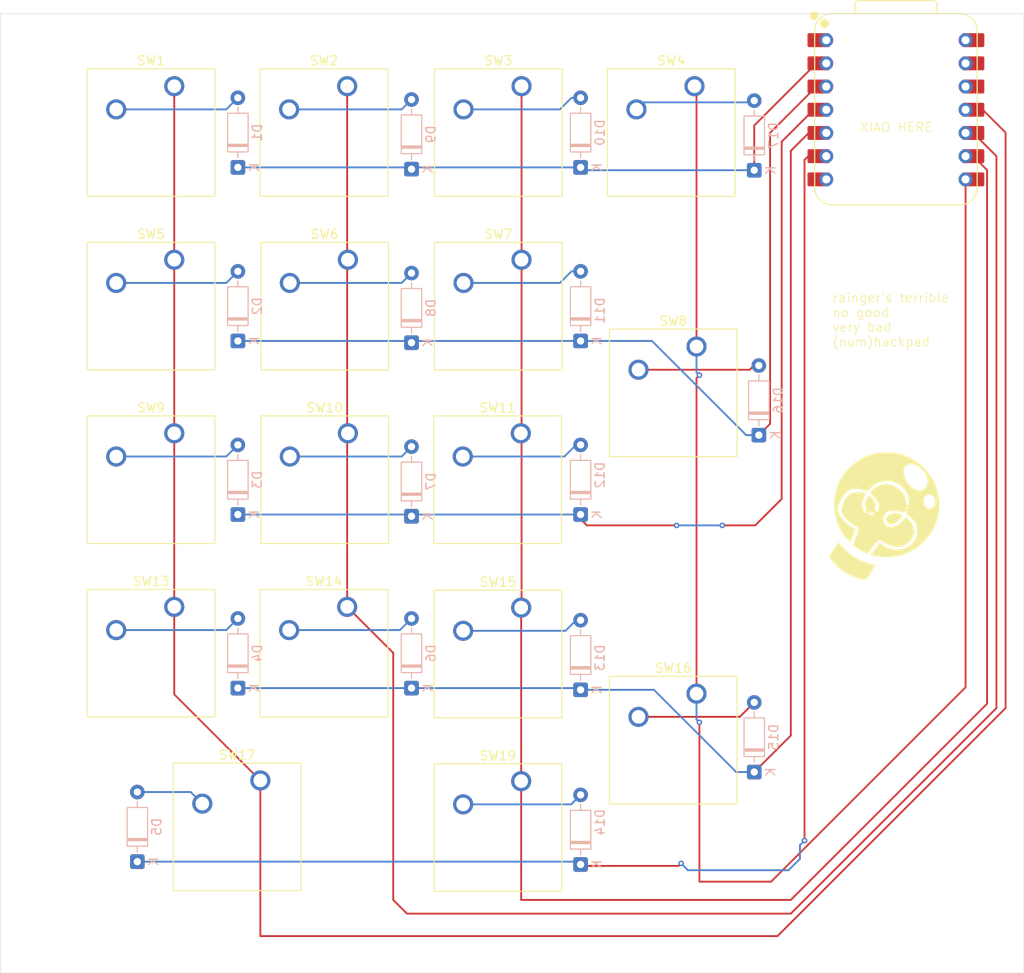
<source format=kicad_pcb>
(kicad_pcb (version 20241229) (generator "pcbnew") (generator_version "9.0")
  (layers (0 "F.Cu" signal) (2 "B.Cu" signal) (13 "F.Paste" user) (15 "B.Paste" user) (5 "F.SilkS" user "F.Silkscreen") (7 "B.SilkS" user "B.Silkscreen") (1 "F.Mask" user) (3 "B.Mask" user) (25 "Edge.Cuts" user))
  (net 0 "")
  (net 1 "Net-(D1-A)")
  (net 2 "Net-(D1-K)")
  (net 3 "Net-(D11-K)")
  (net 4 "Net-(D2-A)")
  (net 5 "Net-(D3-A)")
  (net 6 "Net-(D12-K)")
  (net 7 "Net-(D13-K)")
  (net 8 "Net-(D4-A)")
  (net 9 "Net-(D5-A)")
  (net 10 "Net-(D14-K)")
  (net 11 "Net-(D6-A)")
  (net 12 "Net-(D7-A)")
  (net 13 "Net-(D8-A)")
  (net 14 "Net-(D9-A)")
  (net 15 "Net-(D10-A)")
  (net 16 "Net-(D11-A)")
  (net 17 "Net-(D12-A)")
  (net 18 "Net-(D13-A)")
  (net 19 "Net-(D14-A)")
  (net 20 "Net-(D15-A)")
  (net 21 "Net-(D16-A)")
  (net 22 "Net-(U1-GPIO3{slash}MOSI)")
  (net 23 "Net-(U1-GPIO4{slash}MISO)")
  (net 24 "Net-(U1-GPIO2{slash}SCK)")
  (net 25 "Net-(U1-GPIO1{slash}RX)")
  (net 26 "GND")
  (net 28 "+5V")
  (net 31 "Net-(D17-A)")
  (footprint "hackpad:SW_Cherry_MX_1.00u_PCB" (layer "F.Cu") (at 157.04 46.92)
    (property "Reference" "SW6" (at -2.54 -2.794 0) (layer "F.SilkS"))
    (property "Value" "SW_Push_45deg")
    (pad "" np_thru_hole circle (at -7.62 5.08) (size 1.7 1.7) (drill 1.7) (layers "*.Cu" "*.Mask"))
    (pad "" np_thru_hole circle (at -2.54 5.08) (size 4 4) (drill 4) (layers "*.Cu" "*.Mask"))
    (pad "" np_thru_hole circle (at 2.54 5.08) (size 1.7 1.7) (drill 1.7) (layers "*.Cu" "*.Mask"))
    (pad "1" thru_hole circle (at 0 0) (size 2.2 2.2) (drill 1.5) (layers "*.Cu" "*.Mask") (net 23 "Net-(U1-GPIO4{slash}MISO)"))
    (pad "2" thru_hole circle (at -6.35 2.54) (size 2.2 2.2) (drill 1.5) (layers "*.Cu" "*.Mask") (net 13 "Net-(D8-A)"))
  )
  (footprint "hackpad:SW_Cherry_MX_2.00u_Vertical_PCB" (layer "F.Cu") (at 195.1825 56.42)
    (property "Reference" "SW8" (at -2.54 -2.794 0) (layer "F.SilkS"))
    (property "Value" "SW_Push_45deg")
    (pad "" np_thru_hole circle (at -9.54 -6.82) (size 3.05 3.05) (drill 3.05) (layers "*.Cu" "*.Mask"))
    (pad "" np_thru_hole circle (at -9.54 16.98) (size 3.05 3.05) (drill 3.05) (layers "*.Cu" "*.Mask"))
    (pad "" np_thru_hole circle (at -7.62 5.08) (size 1.7 1.7) (drill 1.7) (layers "*.Cu" "*.Mask"))
    (pad "" np_thru_hole circle (at -2.54 5.08) (size 4 4) (drill 4) (layers "*.Cu" "*.Mask"))
    (pad "" np_thru_hole circle (at 2.54 5.08) (size 1.7 1.7) (drill 1.7) (layers "*.Cu" "*.Mask"))
    (pad "" np_thru_hole circle (at 5.7 -6.82) (size 4 4) (drill 4) (layers "*.Cu" "*.Mask"))
    (pad "" np_thru_hole circle (at 5.7 16.98) (size 4 4) (drill 4) (layers "*.Cu" "*.Mask"))
    (pad "1" thru_hole circle (at 0 0) (size 2.2 2.2) (drill 1.5) (layers "*.Cu" "*.Mask") (net 25 "Net-(U1-GPIO1{slash}RX)"))
    (pad "2" thru_hole circle (at -6.35 2.54) (size 2.2 2.2) (drill 1.5) (layers "*.Cu" "*.Mask") (net 21 "Net-(D16-A)"))
  )
  (footprint "hackpad:SW_Cherry_MX_1.00u_PCB" (layer "F.Cu") (at 138.04 65.92)
    (property "Reference" "SW9" (at -2.54 -2.794 0) (layer "F.SilkS"))
    (property "Value" "SW_Push_45deg")
    (pad "" np_thru_hole circle (at -7.62 5.08) (size 1.7 1.7) (drill 1.7) (layers "*.Cu" "*.Mask"))
    (pad "" np_thru_hole circle (at -2.54 5.08) (size 4 4) (drill 4) (layers "*.Cu" "*.Mask"))
    (pad "" np_thru_hole circle (at 2.54 5.08) (size 1.7 1.7) (drill 1.7) (layers "*.Cu" "*.Mask"))
    (pad "1" thru_hole circle (at 0 0) (size 2.2 2.2) (drill 1.5) (layers "*.Cu" "*.Mask") (net 22 "Net-(U1-GPIO3{slash}MOSI)"))
    (pad "2" thru_hole circle (at -6.35 2.54) (size 2.2 2.2) (drill 1.5) (layers "*.Cu" "*.Mask") (net 5 "Net-(D3-A)"))
  )
  (footprint "hackpad:SW_Cherry_MX_1.00u_PCB" (layer "F.Cu") (at 157.04 65.92)
    (property "Reference" "SW10" (at -2.54 -2.794 0) (layer "F.SilkS"))
    (property "Value" "SW_Push_45deg")
    (pad "" np_thru_hole circle (at -7.62 5.08) (size 1.7 1.7) (drill 1.7) (layers "*.Cu" "*.Mask"))
    (pad "" np_thru_hole circle (at -2.54 5.08) (size 4 4) (drill 4) (layers "*.Cu" "*.Mask"))
    (pad "" np_thru_hole circle (at 2.54 5.08) (size 1.7 1.7) (drill 1.7) (layers "*.Cu" "*.Mask"))
    (pad "1" thru_hole circle (at 0 0) (size 2.2 2.2) (drill 1.5) (layers "*.Cu" "*.Mask") (net 23 "Net-(U1-GPIO4{slash}MISO)"))
    (pad "2" thru_hole circle (at -6.35 2.54) (size 2.2 2.2) (drill 1.5) (layers "*.Cu" "*.Mask") (net 12 "Net-(D7-A)"))
  )
  (footprint "LOGO" (layer "F.Cu") (at 216 74.5)
    (property "Reference" "G***" (at 0 0 0) (layer "F.SilkS") (effects (font (size 1.5 1.5) (thickness 0.3))))
    (property "Value" "LOGO" (hide yes))
  )
  (footprint "hackpad:SW_Cherry_MX_2.00u_PCB" (layer "F.Cu") (at 147.46 103.92)
    (property "Reference" "SW17" (at -2.54 -2.794 0) (layer "F.SilkS"))
    (property "Value" "SW_Push_45deg")
    (pad "" np_thru_hole circle (at -14.44 -1.92) (size 3.05 3.05) (drill 3.05) (layers "*.Cu" "*.Mask"))
    (pad "" np_thru_hole circle (at -14.44 13.32) (size 4 4) (drill 4) (layers "*.Cu" "*.Mask"))
    (pad "" np_thru_hole circle (at -7.62 5.08) (size 1.7 1.7) (drill 1.7) (layers "*.Cu" "*.Mask"))
    (pad "" np_thru_hole circle (at -2.54 5.08) (size 4 4) (drill 4) (layers "*.Cu" "*.Mask"))
    (pad "" np_thru_hole circle (at 2.54 5.08) (size 1.7 1.7) (drill 1.7) (layers "*.Cu" "*.Mask"))
    (pad "" np_thru_hole circle (at 9.36 -1.92) (size 3.05 3.05) (drill 3.05) (layers "*.Cu" "*.Mask"))
    (pad "" np_thru_hole circle (at 9.36 13.32) (size 4 4) (drill 4) (layers "*.Cu" "*.Mask"))
    (pad "1" thru_hole circle (at 0 0) (size 2.2 2.2) (drill 1.5) (layers "*.Cu" "*.Mask") (net 22 "Net-(U1-GPIO3{slash}MOSI)"))
    (pad "2" thru_hole circle (at -6.35 2.54) (size 2.2 2.2) (drill 1.5) (layers "*.Cu" "*.Mask") (net 9 "Net-(D5-A)"))
  )
  (footprint "MountingHole:MountingHole_3.2mm_M3" (layer "F.Cu") (at 224.5 120)
    (property "Reference" "REF**" (hide yes))
    (property "Value" "MountingHole_3.2mm_M3" (hide yes))
    (pad "" np_thru_hole circle (at 0 0) (size 3.2 3.2) (drill 3.2) (layers "*.Cu" "*.Mask"))
  )
  (footprint "hackpad:SW_Cherry_MX_1.00u_PCB" (layer "F.Cu") (at 176 104)
    (property "Reference" "SW19" (at -2.54 -2.794 0) (layer "F.SilkS"))
    (property "Value" "SW_Push_45deg")
    (pad "" np_thru_hole circle (at -7.62 5.08) (size 1.7 1.7) (drill 1.7) (layers "*.Cu" "*.Mask"))
    (pad "" np_thru_hole circle (at -2.54 5.08) (size 4 4) (drill 4) (layers "*.Cu" "*.Mask"))
    (pad "" np_thru_hole circle (at 2.54 5.08) (size 1.7 1.7) (drill 1.7) (layers "*.Cu" "*.Mask"))
    (pad "1" thru_hole circle (at 0 0) (size 2.2 2.2) (drill 1.5) (layers "*.Cu" "*.Mask") (net 24 "Net-(U1-GPIO2{slash}SCK)"))
    (pad "2" thru_hole circle (at -6.35 2.54) (size 2.2 2.2) (drill 1.5) (layers "*.Cu" "*.Mask") (net 19 "Net-(D14-A)"))
  )
  (footprint "hackpad:SW_Cherry_MX_1.00u_PCB" (layer "F.Cu") (at 156.96 84.92)
    (property "Reference" "SW14" (at -2.54 -2.794 0) (layer "F.SilkS"))
    (property "Value" "SW_Push_45deg")
    (pad "" np_thru_hole circle (at -7.62 5.08) (size 1.7 1.7) (drill 1.7) (layers "*.Cu" "*.Mask"))
    (pad "" np_thru_hole circle (at -2.54 5.08) (size 4 4) (drill 4) (layers "*.Cu" "*.Mask"))
    (pad "" np_thru_hole circle (at 2.54 5.08) (size 1.7 1.7) (drill 1.7) (layers "*.Cu" "*.Mask"))
    (pad "1" thru_hole circle (at 0 0) (size 2.2 2.2) (drill 1.5) (layers "*.Cu" "*.Mask") (net 23 "Net-(U1-GPIO4{slash}MISO)"))
    (pad "2" thru_hole circle (at -6.35 2.54) (size 2.2 2.2) (drill 1.5) (layers "*.Cu" "*.Mask") (net 11 "Net-(D6-A)"))
  )
  (footprint "hackpad:SW_Cherry_MX_1.00u_PCB" (layer "F.Cu") (at 138.04 46.92)
    (property "Reference" "SW5" (at -2.54 -2.794 0) (layer "F.SilkS"))
    (property "Value" "SW_Push_45deg")
    (pad "" np_thru_hole circle (at -7.62 5.08) (size 1.7 1.7) (drill 1.7) (layers "*.Cu" "*.Mask"))
    (pad "" np_thru_hole circle (at -2.54 5.08) (size 4 4) (drill 4) (layers "*.Cu" "*.Mask"))
    (pad "" np_thru_hole circle (at 2.54 5.08) (size 1.7 1.7) (drill 1.7) (layers "*.Cu" "*.Mask"))
    (pad "1" thru_hole circle (at 0 0) (size 2.2 2.2) (drill 1.5) (layers "*.Cu" "*.Mask") (net 22 "Net-(U1-GPIO3{slash}MOSI)"))
    (pad "2" thru_hole circle (at -6.35 2.54) (size 2.2 2.2) (drill 1.5) (layers "*.Cu" "*.Mask") (net 4 "Net-(D2-A)"))
  )
  (footprint "hackpad:SW_Cherry_MX_1.00u_PCB" (layer "F.Cu") (at 138.04 27.92)
    (property "Reference" "SW1" (at -2.54 -2.794 0) (layer "F.SilkS"))
    (property "Value" "SW_Push_45deg")
    (pad "" np_thru_hole circle (at -7.62 5.08) (size 1.7 1.7) (drill 1.7) (layers "*.Cu" "*.Mask"))
    (pad "" np_thru_hole circle (at -2.54 5.08) (size 4 4) (drill 4) (layers "*.Cu" "*.Mask"))
    (pad "" np_thru_hole circle (at 2.54 5.08) (size 1.7 1.7) (drill 1.7) (layers "*.Cu" "*.Mask"))
    (pad "1" thru_hole circle (at 0 0) (size 2.2 2.2) (drill 1.5) (layers "*.Cu" "*.Mask") (net 22 "Net-(U1-GPIO3{slash}MOSI)"))
    (pad "2" thru_hole circle (at -6.35 2.54) (size 2.2 2.2) (drill 1.5) (layers "*.Cu" "*.Mask") (net 1 "Net-(D1-A)"))
  )
  (footprint "MountingHole:MountingHole_3.2mm_M3" (layer "F.Cu") (at 125.5 119.5)
    (property "Reference" "REF**" (hide yes))
    (property "Value" "MountingHole_3.2mm_M3" (hide yes))
    (pad "" np_thru_hole circle (at 0 0) (size 3.2 3.2) (drill 3.2) (layers "*.Cu" "*.Mask"))
  )
  (footprint "hackpad:SW_Cherry_MX_1.00u_PCB" (layer "F.Cu") (at 176.04 27.92)
    (property "Reference" "SW3" (at -2.54 -2.794 0) (layer "F.SilkS"))
    (property "Value" "SW_Push_45deg")
    (pad "" np_thru_hole circle (at -7.62 5.08) (size 1.7 1.7) (drill 1.7) (layers "*.Cu" "*.Mask"))
    (pad "" np_thru_hole circle (at -2.54 5.08) (size 4 4) (drill 4) (layers "*.Cu" "*.Mask"))
    (pad "" np_thru_hole circle (at 2.54 5.08) (size 1.7 1.7) (drill 1.7) (layers "*.Cu" "*.Mask"))
    (pad "1" thru_hole circle (at 0 0) (size 2.2 2.2) (drill 1.5) (layers "*.Cu" "*.Mask") (net 24 "Net-(U1-GPIO2{slash}SCK)"))
    (pad "2" thru_hole circle (at -6.35 2.54) (size 2.2 2.2) (drill 1.5) (layers "*.Cu" "*.Mask") (net 15 "Net-(D10-A)"))
  )
  (footprint "hackpad:SW_Cherry_MX_1.00u_PCB" (layer "F.Cu") (at 175.96 65.92)
    (property "Reference" "SW11" (at -2.54 -2.794 0) (layer "F.SilkS"))
    (property "Value" "SW_Push_45deg")
    (pad "" np_thru_hole circle (at -7.62 5.08) (size 1.7 1.7) (drill 1.7) (layers "*.Cu" "*.Mask"))
    (pad "" np_thru_hole circle (at -2.54 5.08) (size 4 4) (drill 4) (layers "*.Cu" "*.Mask"))
    (pad "" np_thru_hole circle (at 2.54 5.08) (size 1.7 1.7) (drill 1.7) (layers "*.Cu" "*.Mask"))
    (pad "1" thru_hole circle (at 0 0) (size 2.2 2.2) (drill 1.5) (layers "*.Cu" "*.Mask") (net 24 "Net-(U1-GPIO2{slash}SCK)"))
    (pad "2" thru_hole circle (at -6.35 2.54) (size 2.2 2.2) (drill 1.5) (layers "*.Cu" "*.Mask") (net 17 "Net-(D12-A)"))
  )
  (footprint "hackpad:SW_Cherry_MX_1.00u_PCB" (layer "F.Cu") (at 176.04 46.92)
    (property "Reference" "SW7" (at -2.54 -2.794 0) (layer "F.SilkS"))
    (property "Value" "SW_Push_45deg")
    (pad "" np_thru_hole circle (at -7.62 5.08) (size 1.7 1.7) (drill 1.7) (layers "*.Cu" "*.Mask"))
    (pad "" np_thru_hole circle (at -2.54 5.08) (size 4 4) (drill 4) (layers "*.Cu" "*.Mask"))
    (pad "" np_thru_hole circle (at 2.54 5.08) (size 1.7 1.7) (drill 1.7) (layers "*.Cu" "*.Mask"))
    (pad "1" thru_hole circle (at 0 0) (size 2.2 2.2) (drill 1.5) (layers "*.Cu" "*.Mask") (net 24 "Net-(U1-GPIO2{slash}SCK)"))
    (pad "2" thru_hole circle (at -6.35 2.54) (size 2.2 2.2) (drill 1.5) (layers "*.Cu" "*.Mask") (net 16 "Net-(D11-A)"))
  )
  (footprint "hackpad:XIAO-RP2040-DIP" (layer "F.Cu") (at 217 30.5)
    (property "Reference" "U1" (hide yes))
    (property "Value" "XIAO-RP2040-DIP")
    (pad "1" smd roundrect (at -8.455 -7.62 180) (size 2.432 1.524) (layers "F.Cu" "F.Mask") (roundrect_rratio 0.1))
    (pad "1" thru_hole circle (at -7.62 -7.62 180) (size 1.524 1.524) (drill 0.889) (layers "*.Cu" "*.Mask"))
    (pad "2" smd roundrect (at -8.455 -5.08 180) (size 2.432 1.524) (layers "F.Cu" "F.Mask") (roundrect_rratio 0.1) (net 2 "Net-(D1-K)"))
    (pad "2" thru_hole circle (at -7.62 -5.08 180) (size 1.524 1.524) (drill 0.889) (layers "*.Cu" "*.Mask") (net 2 "Net-(D1-K)"))
    (pad "3" smd roundrect (at -8.455 -2.54 180) (size 2.432 1.524) (layers "F.Cu" "F.Mask") (roundrect_rratio 0.1) (net 3 "Net-(D11-K)"))
    (pad "3" thru_hole circle (at -7.62 -2.54 180) (size 1.524 1.524) (drill 0.889) (layers "*.Cu" "*.Mask") (net 3 "Net-(D11-K)"))
    (pad "4" smd roundrect (at -8.455 0 180) (size 2.432 1.524) (layers "F.Cu" "F.Mask") (roundrect_rratio 0.1) (net 6 "Net-(D12-K)"))
    (pad "4" thru_hole circle (at -7.62 0 180) (size 1.524 1.524) (drill 0.889) (layers "*.Cu" "*.Mask") (net 6 "Net-(D12-K)"))
    (pad "5" smd roundrect (at -8.455 2.54 180) (size 2.432 1.524) (layers "F.Cu" "F.Mask") (roundrect_rratio 0.1) (net 7 "Net-(D13-K)"))
    (pad "5" thru_hole circle (at -7.62 2.54 180) (size 1.524 1.524) (drill 0.889) (layers "*.Cu" "*.Mask") (net 7 "Net-(D13-K)"))
    (pad "6" smd roundrect (at -8.455 5.08 180) (size 2.432 1.524) (layers "F.Cu" "F.Mask") (roundrect_rratio 0.1) (net 10 "Net-(D14-K)"))
    (pad "6" thru_hole circle (at -7.62 5.08 180) (size 1.524 1.524) (drill 0.889) (layers "*.Cu" "*.Mask") (net 10 "Net-(D14-K)"))
    (pad "7" smd roundrect (at -8.455 7.62 180) (size 2.432 1.524) (layers "F.Cu" "F.Mask") (roundrect_rratio 0.1))
    (pad "7" thru_hole circle (at -7.62 7.62 180) (size 1.524 1.524) (drill 0.889) (layers "*.Cu" "*.Mask"))
    (pad "8" thru_hole circle (at 7.62 7.62) (size 1.524 1.524) (drill 0.889) (layers "*.Cu" "*.Mask") (net 25 "Net-(U1-GPIO1{slash}RX)"))
    (pad "8" smd roundrect (at 8.455 7.62) (size 2.432 1.524) (layers "F.Cu" "F.Mask") (roundrect_rratio 0.1) (net 25 "Net-(U1-GPIO1{slash}RX)"))
    (pad "9" thru_hole circle (at 7.62 5.08) (size 1.524 1.524) (drill 0.889) (layers "*.Cu" "*.Mask") (net 24 "Net-(U1-GPIO2{slash}SCK)"))
    (pad "9" smd roundrect (at 8.455 5.08) (size 2.432 1.524) (layers "F.Cu" "F.Mask") (roundrect_rratio 0.1) (net 24 "Net-(U1-GPIO2{slash}SCK)"))
    (pad "10" thru_hole circle (at 7.62 2.54) (size 1.524 1.524) (drill 0.889) (layers "*.Cu" "*.Mask") (net 23 "Net-(U1-GPIO4{slash}MISO)"))
    (pad "10" smd roundrect (at 8.455 2.54) (size 2.432 1.524) (layers "F.Cu" "F.Mask") (roundrect_rratio 0.1) (net 23 "Net-(U1-GPIO4{slash}MISO)"))
    (pad "11" thru_hole circle (at 7.62 0) (size 1.524 1.524) (drill 0.889) (layers "*.Cu" "*.Mask") (net 22 "Net-(U1-GPIO3{slash}MOSI)"))
    (pad "11" smd roundrect (at 8.455 0) (size 2.432 1.524) (layers "F.Cu" "F.Mask") (roundrect_rratio 0.1) (net 22 "Net-(U1-GPIO3{slash}MOSI)"))
    (pad "12" thru_hole circle (at 7.62 -2.54) (size 1.524 1.524) (drill 0.889) (layers "*.Cu" "*.Mask"))
    (pad "12" smd roundrect (at 8.455 -2.54) (size 2.432 1.524) (layers "F.Cu" "F.Mask") (roundrect_rratio 0.1))
    (pad "13" thru_hole circle (at 7.62 -5.08) (size 1.524 1.524) (drill 0.889) (layers "*.Cu" "*.Mask") (net 26 "GND"))
    (pad "13" smd roundrect (at 8.455 -5.08) (size 2.432 1.524) (layers "F.Cu" "F.Mask") (roundrect_rratio 0.1) (net 26 "GND"))
    (pad "14" thru_hole circle (at 7.62 -7.62) (size 1.524 1.524) (drill 0.889) (layers "*.Cu" "*.Mask") (net 28 "+5V"))
    (pad "14" smd roundrect (at 8.455 -7.62) (size 2.432 1.524) (layers "F.Cu" "F.Mask") (roundrect_rratio 0.1) (net 28 "+5V"))
  )
  (footprint "hackpad:SW_Cherry_MX_1.00u_PCB" (layer "F.Cu") (at 156.96 27.92)
    (property "Reference" "SW2" (at -2.54 -2.794 0) (layer "F.SilkS"))
    (property "Value" "SW_Push_45deg")
    (pad "" np_thru_hole circle (at -7.62 5.08) (size 1.7 1.7) (drill 1.7) (layers "*.Cu" "*.Mask"))
    (pad "" np_thru_hole circle (at -2.54 5.08) (size 4 4) (drill 4) (layers "*.Cu" "*.Mask"))
    (pad "" np_thru_hole circle (at 2.54 5.08) (size 1.7 1.7) (drill 1.7) (layers "*.Cu" "*.Mask"))
    (pad "1" thru_hole circle (at 0 0) (size 2.2 2.2) (drill 1.5) (layers "*.Cu" "*.Mask") (net 23 "Net-(U1-GPIO4{slash}MISO)"))
    (pad "2" thru_hole circle (at -6.35 2.54) (size 2.2 2.2) (drill 1.5) (layers "*.Cu" "*.Mask") (net 14 "Net-(D9-A)"))
  )
  (footprint "hackpad:SW_Cherry_MX_1.00u_PCB" (layer "F.Cu") (at 194.96 27.92)
    (property "Reference" "SW4" (at -2.54 -2.794 0) (layer "F.SilkS"))
    (property "Value" "SW_Push_45deg")
    (pad "" np_thru_hole circle (at -7.62 5.08) (size 1.7 1.7) (drill 1.7) (layers "*.Cu" "*.Mask"))
    (pad "" np_thru_hole circle (at -2.54 5.08) (size 4 4) (drill 4) (layers "*.Cu" "*.Mask"))
    (pad "" np_thru_hole circle (at 2.54 5.08) (size 1.7 1.7) (drill 1.7) (layers "*.Cu" "*.Mask"))
    (pad "1" thru_hole circle (at 0 0) (size 2.2 2.2) (drill 1.5) (layers "*.Cu" "*.Mask") (net 25 "Net-(U1-GPIO1{slash}RX)"))
    (pad "2" thru_hole circle (at -6.35 2.54) (size 2.2 2.2) (drill 1.5) (layers "*.Cu" "*.Mask") (net 31 "Net-(D17-A)"))
  )
  (footprint "hackpad:SW_Cherry_MX_1.00u_PCB" (layer "F.Cu") (at 176 85)
    (property "Reference" "SW15" (at -2.54 -2.794 0) (layer "F.SilkS"))
    (property "Value" "SW_Push_45deg")
    (pad "" np_thru_hole circle (at -7.62 5.08) (size 1.7 1.7) (drill 1.7) (layers "*.Cu" "*.Mask"))
    (pad "" np_thru_hole circle (at -2.54 5.08) (size 4 4) (drill 4) (layers "*.Cu" "*.Mask"))
    (pad "" np_thru_hole circle (at 2.54 5.08) (size 1.7 1.7) (drill 1.7) (layers "*.Cu" "*.Mask"))
    (pad "1" thru_hole circle (at 0 0) (size 2.2 2.2) (drill 1.5) (layers "*.Cu" "*.Mask") (net 24 "Net-(U1-GPIO2{slash}SCK)"))
    (pad "2" thru_hole circle (at -6.35 2.54) (size 2.2 2.2) (drill 1.5) (layers "*.Cu" "*.Mask") (net 18 "Net-(D13-A)"))
  )
  (footprint "hackpad:SW_Cherry_MX_2.00u_Vertical_PCB" (layer "F.Cu") (at 195.1825 94.42)
    (property "Reference" "SW16" (at -2.54 -2.794 0) (layer "F.SilkS"))
    (property "Value" "SW_Push_45deg")
    (pad "" np_thru_hole circle (at -9.54 -6.82) (size 3.05 3.05) (drill 3.05) (layers "*.Cu" "*.Mask"))
    (pad "" np_thru_hole circle (at -9.54 16.98) (size 3.05 3.05) (drill 3.05) (layers "*.Cu" "*.Mask"))
    (pad "" np_thru_hole circle (at -7.62 5.08) (size 1.7 1.7) (drill 1.7) (layers "*.Cu" "*.Mask"))
    (pad "" np_thru_hole circle (at -2.54 5.08) (size 4 4) (drill 4) (layers "*.Cu" "*.Mask"))
    (pad "" np_thru_hole circle (at 2.54 5.08) (size 1.7 1.7) (drill 1.7) (layers "*.Cu" "*.Mask"))
    (pad "" np_thru_hole circle (at 5.7 -6.82) (size 4 4) (drill 4) (layers "*.Cu" "*.Mask"))
    (pad "" np_thru_hole circle (at 5.7 16.98) (size 4 4) (drill 4) (layers "*.Cu" "*.Mask"))
    (pad "1" thru_hole circle (at 0 0) (size 2.2 2.2) (drill 1.5) (layers "*.Cu" "*.Mask") (net 25 "Net-(U1-GPIO1{slash}RX)"))
    (pad "2" thru_hole circle (at -6.35 2.54) (size 2.2 2.2) (drill 1.5) (layers "*.Cu" "*.Mask") (net 20 "Net-(D15-A)"))
  )
  (footprint "MountingHole:MountingHole_3.2mm_M3" (layer "F.Cu") (at 216 61.5)
    (property "Reference" "REF**" (hide yes))
    (property "Value" "MountingHole_3.2mm_M3" (hide yes))
    (pad "" np_thru_hole circle (at 0 0) (size 3.2 3.2) (drill 3.2) (layers "*.Cu" "*.Mask"))
  )
  (footprint "hackpad:SW_Cherry_MX_1.00u_PCB" (layer "F.Cu") (at 138.04 84.92)
    (property "Reference" "SW13" (at -2.54 -2.794 0) (layer "F.SilkS"))
    (property "Value" "SW_Push_45deg")
    (pad "" np_thru_hole circle (at -7.62 5.08) (size 1.7 1.7) (drill 1.7) (layers "*.Cu" "*.Mask"))
    (pad "" np_thru_hole circle (at -2.54 5.08) (size 4 4) (drill 4) (layers "*.Cu" "*.Mask"))
    (pad "" np_thru_hole circle (at 2.54 5.08) (size 1.7 1.7) (drill 1.7) (layers "*.Cu" "*.Mask"))
    (pad "1" thru_hole circle (at 0 0) (size 2.2 2.2) (drill 1.5) (layers "*.Cu" "*.Mask") (net 22 "Net-(U1-GPIO3{slash}MOSI)"))
    (pad "2" thru_hole circle (at -6.35 2.54) (size 2.2 2.2) (drill 1.5) (layers "*.Cu" "*.Mask") (net 8 "Net-(D4-A)"))
  )
  (footprint "MountingHole:MountingHole_3.2mm_M3" (layer "F.Cu") (at 123.5 43)
    (property "Reference" "REF**" (hide yes))
    (property "Value" "MountingHole_3.2mm_M3" (hide yes))
    (pad "" np_thru_hole circle (at 0 0) (size 3.2 3.2) (drill 3.2) (layers "*.Cu" "*.Mask"))
  )
  (footprint "Diode_THT:D_DO-35_SOD27_P7.62mm_Horizontal" (layer "B.Cu") (at 202 66.12 90)
    (property "Reference" "D16" (at 3.81 2.12 90) (layer "B.SilkS") (effects (justify mirror)))
    (property "Value" "D")
    (fp_text user "K" (at 0 1.8 90) (layer "B.SilkS") (effects (justify mirror)))
    (pad "1" thru_hole roundrect (at 0 0 90) (size 1.6 1.6) (drill 0.8) (layers "*.Cu" "*.Mask") (roundrect_rratio 0.15625) (net 3 "Net-(D11-K)"))
    (pad "2" thru_hole circle (at 7.62 0 90) (size 1.6 1.6) (drill 0.8) (layers "*.Cu" "*.Mask") (net 21 "Net-(D16-A)"))
  )
  (footprint "Diode_THT:D_DO-35_SOD27_P7.62mm_Horizontal" (layer "B.Cu") (at 145 55.81 90)
    (property "Reference" "D2" (at 3.81 2.12 90) (layer "B.SilkS") (effects (justify mirror)))
    (property "Value" "D")
    (fp_text user "K" (at 0 1.8 90) (layer "B.SilkS") (effects (justify mirror)))
    (pad "1" thru_hole roundrect (at 0 0 90) (size 1.6 1.6) (drill 0.8) (layers "*.Cu" "*.Mask") (roundrect_rratio 0.15625) (net 3 "Net-(D11-K)"))
    (pad "2" thru_hole circle (at 7.62 0 90) (size 1.6 1.6) (drill 0.8) (layers "*.Cu" "*.Mask") (net 4 "Net-(D2-A)"))
  )
  (footprint "Diode_THT:D_DO-35_SOD27_P7.62mm_Horizontal" (layer "B.Cu") (at 145 36.81 90)
    (property "Reference" "D1" (at 3.81 2.12 90) (layer "B.SilkS") (effects (justify mirror)))
    (property "Value" "D")
    (fp_text user "K" (at 0 1.8 90) (layer "B.SilkS") (effects (justify mirror)))
    (pad "1" thru_hole roundrect (at 0 0 90) (size 1.6 1.6) (drill 0.8) (layers "*.Cu" "*.Mask") (roundrect_rratio 0.15625) (net 2 "Net-(D1-K)"))
    (pad "2" thru_hole circle (at 7.62 0 90) (size 1.6 1.6) (drill 0.8) (layers "*.Cu" "*.Mask") (net 1 "Net-(D1-A)"))
  )
  (footprint "Diode_THT:D_DO-35_SOD27_P7.62mm_Horizontal" (layer "B.Cu") (at 182.5 74.81 90)
    (property "Reference" "D12" (at 4.31 2.12 90) (layer "B.SilkS") (effects (justify mirror)))
    (property "Value" "D")
    (fp_text user "K" (at 0 1.8 90) (layer "B.SilkS") (effects (justify mirror)))
    (pad "1" thru_hole roundrect (at 0 0 90) (size 1.6 1.6) (drill 0.8) (layers "*.Cu" "*.Mask") (roundrect_rratio 0.15625) (net 6 "Net-(D12-K)"))
    (pad "2" thru_hole circle (at 7.62 0 90) (size 1.6 1.6) (drill 0.8) (layers "*.Cu" "*.Mask") (net 17 "Net-(D12-A)"))
  )
  (footprint "Diode_THT:D_DO-35_SOD27_P7.62mm_Horizontal" (layer "B.Cu") (at 182.5 94 90)
    (property "Reference" "D13" (at 3.5 2.12 90) (layer "B.SilkS") (effects (justify mirror)))
    (property "Value" "D")
    (fp_text user "K" (at 0 1.8 90) (layer "B.SilkS") (effects (justify mirror)))
    (pad "1" thru_hole roundrect (at 0 0 90) (size 1.6 1.6) (drill 0.8) (layers "*.Cu" "*.Mask") (roundrect_rratio 0.15625) (net 7 "Net-(D13-K)"))
    (pad "2" thru_hole circle (at 7.62 0 90) (size 1.6 1.6) (drill 0.8) (layers "*.Cu" "*.Mask") (net 18 "Net-(D13-A)"))
  )
  (footprint "Diode_THT:D_DO-35_SOD27_P7.62mm_Horizontal" (layer "B.Cu") (at 164 37 90)
    (property "Reference" "D9" (at 3.81 2.12 90) (layer "B.SilkS") (effects (justify mirror)))
    (property "Value" "D")
    (fp_text user "K" (at 0 1.8 90) (layer "B.SilkS") (effects (justify mirror)))
    (pad "1" thru_hole roundrect (at 0 0 90) (size 1.6 1.6) (drill 0.8) (layers "*.Cu" "*.Mask") (roundrect_rratio 0.15625) (net 2 "Net-(D1-K)"))
    (pad "2" thru_hole circle (at 7.62 0 90) (size 1.6 1.6) (drill 0.8) (layers "*.Cu" "*.Mask") (net 14 "Net-(D9-A)"))
  )
  (footprint "Diode_THT:D_DO-35_SOD27_P7.62mm_Horizontal" (layer "B.Cu") (at 145 74.81 90)
    (property "Reference" "D3" (at 3.81 2.12 90) (layer "B.SilkS") (effects (justify mirror)))
    (property "Value" "D")
    (fp_text user "K" (at 0 1.8 90) (layer "B.SilkS") (effects (justify mirror)))
    (pad "1" thru_hole roundrect (at 0 0 90) (size 1.6 1.6) (drill 0.8) (layers "*.Cu" "*.Mask") (roundrect_rratio 0.15625) (net 6 "Net-(D12-K)"))
    (pad "2" thru_hole circle (at 7.62 0 90) (size 1.6 1.6) (drill 0.8) (layers "*.Cu" "*.Mask") (net 5 "Net-(D3-A)"))
  )
  (footprint "Diode_THT:D_DO-35_SOD27_P7.62mm_Horizontal" (layer "B.Cu") (at 134 112.81 90)
    (property "Reference" "D5" (at 3.81 2.12 90) (layer "B.SilkS") (effects (justify mirror)))
    (property "Value" "D")
    (fp_text user "K" (at 0 1.8 90) (layer "B.SilkS") (effects (justify mirror)))
    (pad "1" thru_hole roundrect (at 0 0 90) (size 1.6 1.6) (drill 0.8) (layers "*.Cu" "*.Mask") (roundrect_rratio 0.15625) (net 10 "Net-(D14-K)"))
    (pad "2" thru_hole circle (at 7.62 0 90) (size 1.6 1.6) (drill 0.8) (layers "*.Cu" "*.Mask") (net 9 "Net-(D5-A)"))
  )
  (footprint "Diode_THT:D_DO-35_SOD27_P7.62mm_Horizontal" (layer "B.Cu") (at 164 93.81 90)
    (property "Reference" "D6" (at 3.81 2.12 90) (layer "B.SilkS") (effects (justify mirror)))
    (property "Value" "D")
    (fp_text user "K" (at 0 1.8 90) (layer "B.SilkS") (effects (justify mirror)))
    (pad "1" thru_hole roundrect (at 0 0 90) (size 1.6 1.6) (drill 0.8) (layers "*.Cu" "*.Mask") (roundrect_rratio 0.15625) (net 7 "Net-(D13-K)"))
    (pad "2" thru_hole circle (at 7.62 0 90) (size 1.6 1.6) (drill 0.8) (layers "*.Cu" "*.Mask") (net 11 "Net-(D6-A)"))
  )
  (footprint "Diode_THT:D_DO-35_SOD27_P7.62mm_Horizontal" (layer "B.Cu") (at 182.5 113.12 90)
    (property "Reference" "D14" (at 4.62 2.12 90) (layer "B.SilkS") (effects (justify mirror)))
    (property "Value" "D")
    (fp_text user "K" (at 0 1.8 90) (layer "B.SilkS") (effects (justify mirror)))
    (pad "1" thru_hole roundrect (at 0 0 90) (size 1.6 1.6) (drill 0.8) (layers "*.Cu" "*.Mask") (roundrect_rratio 0.15625) (net 10 "Net-(D14-K)"))
    (pad "2" thru_hole circle (at 7.62 0 90) (size 1.6 1.6) (drill 0.8) (layers "*.Cu" "*.Mask") (net 19 "Net-(D14-A)"))
  )
  (footprint "Diode_THT:D_DO-35_SOD27_P7.62mm_Horizontal" (layer "B.Cu") (at 201.5 103 90)
    (property "Reference" "D15" (at 3.81 2.12 90) (layer "B.SilkS") (effects (justify mirror)))
    (property "Value" "D")
    (fp_text user "K" (at 0 1.8 90) (layer "B.SilkS") (effects (justify mirror)))
    (pad "1" thru_hole roundrect (at 0 0 90) (size 1.6 1.6) (drill 0.8) (layers "*.Cu" "*.Mask") (roundrect_rratio 0.15625) (net 7 "Net-(D13-K)"))
    (pad "2" thru_hole circle (at 7.62 0 90) (size 1.6 1.6) (drill 0.8) (layers "*.Cu" "*.Mask") (net 20 "Net-(D15-A)"))
  )
  (footprint "Diode_THT:D_DO-35_SOD27_P7.62mm_Horizontal" (layer "B.Cu") (at 182.5 36.81 90)
    (property "Reference" "D10" (at 3.81 2.12 90) (layer "B.SilkS") (effects (justify mirror)))
    (property "Value" "D")
    (fp_text user "K" (at 0 1.8 90) (layer "B.SilkS") (effects (justify mirror)))
    (pad "1" thru_hole roundrect (at 0 0 90) (size 1.6 1.6) (drill 0.8) (layers "*.Cu" "*.Mask") (roundrect_rratio 0.15625) (net 2 "Net-(D1-K)"))
    (pad "2" thru_hole circle (at 7.62 0 90) (size 1.6 1.6) (drill 0.8) (layers "*.Cu" "*.Mask") (net 15 "Net-(D10-A)"))
  )
  (footprint "Diode_THT:D_DO-35_SOD27_P7.62mm_Horizontal" (layer "B.Cu") (at 182.5 55.81 90)
    (property "Reference" "D11" (at 3.31 2.12 90) (layer "B.SilkS") (effects (justify mirror)))
    (property "Value" "D")
    (fp_text user "K" (at 0 1.8 90) (layer "B.SilkS") (effects (justify mirror)))
    (pad "1" thru_hole roundrect (at 0 0 90) (size 1.6 1.6) (drill 0.8) (layers "*.Cu" "*.Mask") (roundrect_rratio 0.15625) (net 3 "Net-(D11-K)"))
    (pad "2" thru_hole circle (at 7.62 0 90) (size 1.6 1.6) (drill 0.8) (layers "*.Cu" "*.Mask") (net 16 "Net-(D11-A)"))
  )
  (footprint "Diode_THT:D_DO-35_SOD27_P7.62mm_Horizontal" (layer "B.Cu") (at 201.5 37.12 90)
    (property "Reference" "D17" (at 3.81 2.12 90) (layer "B.SilkS") (effects (justify mirror)))
    (property "Value" "D")
    (fp_text user "K" (at 0 1.8 90) (layer "B.SilkS") (effects (justify mirror)))
    (pad "1" thru_hole roundrect (at 0 0 90) (size 1.6 1.6) (drill 0.8) (layers "*.Cu" "*.Mask") (roundrect_rratio 0.15625) (net 2 "Net-(D1-K)"))
    (pad "2" thru_hole circle (at 7.62 0 90) (size 1.6 1.6) (drill 0.8) (layers "*.Cu" "*.Mask") (net 31 "Net-(D17-A)"))
  )
  (footprint "Diode_THT:D_DO-35_SOD27_P7.62mm_Horizontal" (layer "B.Cu") (at 164 56 90)
    (property "Reference" "D8" (at 3.81 2.12 90) (layer "B.SilkS") (effects (justify mirror)))
    (property "Value" "D")
    (fp_text user "K" (at 0 1.8 90) (layer "B.SilkS") (effects (justify mirror)))
    (pad "1" thru_hole roundrect (at 0 0 90) (size 1.6 1.6) (drill 0.8) (layers "*.Cu" "*.Mask") (roundrect_rratio 0.15625) (net 3 "Net-(D11-K)"))
    (pad "2" thru_hole circle (at 7.62 0 90) (size 1.6 1.6) (drill 0.8) (layers "*.Cu" "*.Mask") (net 13 "Net-(D8-A)"))
  )
  (footprint "Diode_THT:D_DO-35_SOD27_P7.62mm_Horizontal" (layer "B.Cu") (at 164 75 90)
    (property "Reference" "D7" (at 3.81 2.12 90) (layer "B.SilkS") (effects (justify mirror)))
    (property "Value" "D")
    (fp_text user "K" (at 0 1.8 90) (layer "B.SilkS") (effects (justify mirror)))
    (pad "1" thru_hole roundrect (at 0 0 90) (size 1.6 1.6) (drill 0.8) (layers "*.Cu" "*.Mask") (roundrect_rratio 0.15625) (net 6 "Net-(D12-K)"))
    (pad "2" thru_hole circle (at 7.62 0 90) (size 1.6 1.6) (drill 0.8) (layers "*.Cu" "*.Mask") (net 12 "Net-(D7-A)"))
  )
  (footprint "Diode_THT:D_DO-35_SOD27_P7.62mm_Horizontal" (layer "B.Cu") (at 145 93.81 90)
    (property "Reference" "D4" (at 3.81 2.12 90) (layer "B.SilkS") (effects (justify mirror)))
    (property "Value" "D")
    (fp_text user "K" (at 0 1.8 90) (layer "B.SilkS") (effects (justify mirror)))
    (pad "1" thru_hole roundrect (at 0 0 90) (size 1.6 1.6) (drill 0.8) (layers "*.Cu" "*.Mask") (roundrect_rratio 0.15625) (net 7 "Net-(D13-K)"))
    (pad "2" thru_hole circle (at 7.62 0 90) (size 1.6 1.6) (drill 0.8) (layers "*.Cu" "*.Mask") (net 8 "Net-(D4-A)"))
  )
  (gr_rect (start 119 20) (end 231 125) (stroke (width 0.05)) (fill no) (layer "Edge.Cuts"))
  (gr_text "XIAO HERE" (at 213 33 0) (layer "F.SilkS") (effects (font (size 1 1) (thickness 0.1)) (justify left bottom)))
  (gr_text "rainger's terrible \nno good \nvery bad\n(num)hackpad" (at 210 56.5 0) (layer "F.SilkS") (effects (font (size 1 1) (thickness 0.1)) (justify left bottom)))
  (segment (start 131.69 30.46) (end 143.73 30.46) (width 0.2) (layer "B.Cu") (net 1))
  (segment (start 143.73 30.46) (end 145 29.19) (width 0.2) (layer "B.Cu") (net 1))
  (segment (start 201.5 37.12) (end 201.5 32.22237) (width 0.2) (layer "F.Cu") (net 2))
  (segment (start 201.5 32.22237) (end 208.30237 25.42) (width 0.2) (layer "F.Cu") (net 2))
  (segment (start 208.30237 25.42) (end 209.38 25.42) (width 0.2) (layer "F.Cu") (net 2))
  (segment (start 182.62 37.12) (end 201 37.12) (width 0.2) (layer "B.Cu") (net 2))
  (segment (start 182.31 36.81) (end 182.62 37.12) (width 0.2) (layer "B.Cu") (net 2))
  (segment (start 145 37) (end 145.19 36.81) (width 0.2) (layer "B.Cu") (net 2))
  (segment (start 181.5 36.81) (end 182.31 36.81) (width 0.2) (layer "B.Cu") (net 2))
  (segment (start 145 36.81) (end 145 37) (width 0.2) (layer "B.Cu") (net 2))
  (segment (start 145.19 36.81) (end 181.5 36.81) (width 0.2) (layer "B.Cu") (net 2))
  (segment (start 208.30237 27.96) (end 209.38 27.96) (width 0.2) (layer "F.Cu") (net 3))
  (segment (start 203.2335 64.8865) (end 203.2335 33.02887) (width 0.2) (layer "F.Cu") (net 3))
  (segment (start 202 66.12) (end 203.2335 64.8865) (width 0.2) (layer "F.Cu") (net 3))
  (segment (start 203.2335 33.02887) (end 208.30237 27.96) (width 0.2) (layer "F.Cu") (net 3))
  (segment (start 200.62 66.12) (end 202 66.12) (width 0.2) (layer "B.Cu") (net 3))
  (segment (start 145 55.5) (end 145.31 55.81) (width 0.2) (layer "B.Cu") (net 3))
  (segment (start 190.31 55.81) (end 200.62 66.12) (width 0.2) (layer "B.Cu") (net 3))
  (segment (start 181.5 55.81) (end 190.31 55.81) (width 0.2) (layer "B.Cu") (net 3))
  (segment (start 145 55.81) (end 145 55.5) (width 0.2) (layer "B.Cu") (net 3))
  (segment (start 145.31 55.81) (end 181.5 55.81) (width 0.2) (layer "B.Cu") (net 3))
  (segment (start 131.69 49.46) (end 143.73 49.46) (width 0.2) (layer "B.Cu") (net 4))
  (segment (start 143.73 49.46) (end 145 48.19) (width 0.2) (layer "B.Cu") (net 4))
  (segment (start 143.73 68.46) (end 145 67.19) (width 0.2) (layer "B.Cu") (net 5))
  (segment (start 131.69 68.46) (end 143.73 68.46) (width 0.2) (layer "B.Cu") (net 5))
  (segment (start 201.607316 76) (end 204.5 73.107316) (width 0.2) (layer "F.Cu") (net 6))
  (segment (start 208.545 30.5) (end 209.38 30.5) (width 0.2) (layer "F.Cu") (net 6))
  (segment (start 182 74.81) (end 183.19 76) (width 0.2) (layer "F.Cu") (net 6))
  (segment (start 183.19 76) (end 193 76) (width 0.2) (layer "F.Cu") (net 6))
  (segment (start 208 30.5) (end 209.38 30.5) (width 0.2) (layer "F.Cu") (net 6))
  (segment (start 198 76) (end 201.607316 76) (width 0.2) (layer "F.Cu") (net 6))
  (segment (start 204.5 73.107316) (end 204.5 34) (width 0.2) (layer "F.Cu") (net 6))
  (segment (start 204.5 34) (end 208 30.5) (width 0.2) (layer "F.Cu") (net 6))
  (via (at 193 76) (size 0.6) (drill 0.3) (layers "F.Cu" "B.Cu") (net 6))
  (via (at 198 76) (size 0.6) (drill 0.3) (layers "F.Cu" "B.Cu") (net 6))
  (segment (start 193 76) (end 198 76) (width 0.2) (layer "B.Cu") (net 6))
  (segment (start 145 75) (end 145.19 74.81) (width 0.2) (layer "B.Cu") (net 6))
  (segment (start 145.19 74.81) (end 182 74.81) (width 0.2) (layer "B.Cu") (net 6))
  (segment (start 145 74.81) (end 145 75) (width 0.2) (layer "B.Cu") (net 6))
  (segment (start 205.5 99) (end 205.5 35) (width 0.2) (layer "F.Cu") (net 7))
  (segment (start 207.46 33.04) (end 209.38 33.04) (width 0.2) (layer "F.Cu") (net 7))
  (segment (start 205.5 35) (end 207.46 33.04) (width 0.2) (layer "F.Cu") (net 7))
  (segment (start 201.5 103) (end 205.5 99) (width 0.2) (layer "F.Cu") (net 7))
  (segment (start 199.52403 103) (end 201.5 103) (width 0.2) (layer "B.Cu") (net 7))
  (segment (start 181.81 93.81) (end 182 94) (width 0.2) (layer "B.Cu") (net 7))
  (segment (start 190.52403 94) (end 199.52403 103) (width 0.2) (layer "B.Cu") (net 7))
  (segment (start 145 93.81) (end 181.81 93.81) (width 0.2) (layer "B.Cu") (net 7))
  (segment (start 182 94) (end 190.52403 94) (width 0.2) (layer "B.Cu") (net 7))
  (segment (start 143.73 87.46) (end 145 86.19) (width 0.2) (layer "B.Cu") (net 8))
  (segment (start 131.69 87.46) (end 143.73 87.46) (width 0.2) (layer "B.Cu") (net 8))
  (segment (start 134 105.19) (end 139.84 105.19) (width 0.2) (layer "B.Cu") (net 9))
  (segment (start 139.84 105.19) (end 141.11 106.46) (width 0.2) (layer "B.Cu") (net 9))
  (segment (start 207 36) (end 207.42 35.58) (width 0.2) (layer "F.Cu") (net 10))
  (segment (start 207 110.5) (end 207 36) (width 0.2) (layer "F.Cu") (net 10))
  (segment (start 182.156 113.276) (end 193.224 113.276) (width 0.2) (layer "F.Cu") (net 10))
  (segment (start 208.58 36) (end 209 35.58) (width 0.2) (layer "F.Cu") (net 10))
  (segment (start 193.224 113.276) (end 193.5 113) (width 0.2) (layer "F.Cu") (net 10))
  (segment (start 207.42 35.58) (end 209.38 35.58) (width 0.2) (layer "F.Cu") (net 10))
  (segment (start 182 113.12) (end 182.156 113.276) (width 0.2) (layer "F.Cu") (net 10))
  (via (at 207 110.5) (size 0.6) (drill 0.3) (layers "F.Cu" "B.Cu") (net 10))
  (via (at 193.5 113) (size 0.6) (drill 0.3) (layers "F.Cu" "B.Cu") (net 10))
  (segment (start 194.251 113.751) (end 205.249 113.751) (width 0.2) (layer "B.Cu") (net 10))
  (segment (start 134 112.81) (end 181.69 112.81) (width 0.2) (layer "B.Cu") (net 10))
  (segment (start 193.5 113) (end 194.251 113.751) (width 0.2) (layer "B.Cu") (net 10))
  (segment (start 181.69 112.81) (end 182 113.12) (width 0.2) (layer "B.Cu") (net 10))
  (segment (start 206.5 111) (end 207 110.5) (width 0.2) (layer "B.Cu") (net 10))
  (segment (start 206.5 112.5) (end 206.5 111) (width 0.2) (layer "B.Cu") (net 10))
  (segment (start 205.249 113.751) (end 206.5 112.5) (width 0.2) (layer "B.Cu") (net 10))
  (segment (start 150.61 87.46) (end 162.73 87.46) (width 0.2) (layer "B.Cu") (net 11))
  (segment (start 162.73 87.46) (end 164 86.19) (width 0.2) (layer "B.Cu") (net 11))
  (segment (start 150.69 68.46) (end 162.92 68.46) (width 0.2) (layer "B.Cu") (net 12))
  (segment (start 162.92 68.46) (end 164 67.38) (width 0.2) (layer "B.Cu") (net 12))
  (segment (start 150.69 49.46) (end 162.92 49.46) (width 0.2) (layer "B.Cu") (net 13))
  (segment (start 162.92 49.46) (end 164 48.38) (width 0.2) (layer "B.Cu") (net 13))
  (segment (start 150.61 30.46) (end 162.92 30.46) (width 0.2) (layer "B.Cu") (net 14))
  (segment (start 162.92 30.46) (end 164 29.38) (width 0.2) (layer "B.Cu") (net 14))
  (segment (start 180.23 30.46) (end 181.5 29.19) (width 0.2) (layer "B.Cu") (net 15))
  (segment (start 181.5 29.19) (end 182.5 29.19) (width 0.2) (layer "B.Cu") (net 15))
  (segment (start 169.69 30.46) (end 180.23 30.46) (width 0.2) (layer "B.Cu") (net 15))
  (segment (start 180.23 49.46) (end 181.5 48.19) (width 0.2) (layer "B.Cu") (net 16))
  (segment (start 181.5 48.19) (end 182.5 48.19) (width 0.2) (layer "B.Cu") (net 16))
  (segment (start 169.69 49.46) (end 180.23 49.46) (width 0.2) (layer "B.Cu") (net 16))
  (segment (start 180.73 68.46) (end 182 67.19) (width 0.2) (layer "B.Cu") (net 17))
  (segment (start 169.61 68.46) (end 180.73 68.46) (width 0.2) (layer "B.Cu") (net 17))
  (segment (start 180.84 87.54) (end 169.65 87.54) (width 0.2) (layer "B.Cu") (net 18))
  (segment (start 182.5 86.38) (end 182 86.38) (width 0.2) (layer "B.Cu") (net 18))
  (segment (start 182 86.38) (end 180.84 87.54) (width 0.2) (layer "B.Cu") (net 18))
  (segment (start 182.5 105.5) (end 181.46 106.54) (width 0.2) (layer "B.Cu") (net 19))
  (segment (start 181.46 106.54) (end 169.65 106.54) (width 0.2) (layer "B.Cu") (net 19))
  (segment (start 188.8325 96.96) (end 199.92 96.96) (width 0.2) (layer "F.Cu") (net 20))
  (segment (start 199.92 96.96) (end 201.5 95.38) (width 0.2) (layer "F.Cu") (net 20))
  (segment (start 202 58.5) (end 201.46 58.5) (width 0.2) (layer "F.Cu") (net 21))
  (segment (start 188.8325 58.96) (end 201 58.96) (width 0.2) (layer "F.Cu") (net 21))
  (segment (start 201.46 58.5) (end 201 58.96) (width 0.2) (layer "F.Cu") (net 21))
  (segment (start 138.04 94.5) (end 138.04 84.92) (width 0.2) (layer "F.Cu") (net 22))
  (segment (start 204.04 120.96) (end 229 96) (width 0.2) (layer "F.Cu") (net 22))
  (segment (start 229 33) (end 226.5 30.5) (width 0.2) (layer "F.Cu") (net 22))
  (segment (start 229 96) (end 229 33) (width 0.2) (layer "F.Cu") (net 22))
  (segment (start 147.46 103.92) (end 147.46 120.96) (width 0.2) (layer "F.Cu") (net 22))
  (segment (start 138.04 27.92) (end 138.04 84.92) (width 0.2) (layer "F.Cu") (net 22))
  (segment (start 226.5 30.5) (end 224.62 30.5) (width 0.2) (layer "F.Cu") (net 22))
  (segment (start 147.46 120.96) (end 204.04 120.96) (width 0.2) (layer "F.Cu") (net 22))
  (segment (start 226.54 30.5) (end 225.165 30.5) (width 0.2) (layer "F.Cu") (net 22))
  (segment (start 147.46 103.92) (end 138.04 94.5) (width 0.2) (layer "F.Cu") (net 22))
  (segment (start 156.96 84.92) (end 162 89.96) (width 0.2) (layer "F.Cu") (net 23))
  (segment (start 162 89.96) (end 162 117) (width 0.2) (layer "F.Cu") (net 23))
  (segment (start 225.69763 33.04) (end 224.62 33.04) (width 0.2) (layer "F.Cu") (net 23))
  (segment (start 228 96) (end 228 35.585) (width 0.2) (layer "F.Cu") (net 23))
  (segment (start 228 35.585) (end 225.455 33.04) (width 0.2) (layer "F.Cu") (net 23))
  (segment (start 163.5 118.5) (end 205.5 118.5) (width 0.2) (layer "F.Cu") (net 23))
  (segment (start 156.96 27.92) (end 156.96 84.92) (width 0.2) (layer "F.Cu") (net 23))
  (segment (start 162 117) (end 163.5 118.5) (width 0.2) (layer "F.Cu") (net 23))
  (segment (start 205.5 118.5) (end 228 96) (width 0.2) (layer "F.Cu") (net 23))
  (segment (start 176 104) (end 176 117) (width 0.2) (layer "F.Cu") (net 24))
  (segment (start 225.455 35.58) (end 224.62 35.58) (width 0.2) (layer "F.Cu") (net 24))
  (segment (start 176 85) (end 176 104) (width 0.2) (layer "F.Cu") (net 24))
  (segment (start 226.58 35.58) (end 224.62 35.58) (width 0.2) (layer "F.Cu") (net 24))
  (segment (start 176 117) (end 205.5 117) (width 0.2) (layer "F.Cu") (net 24))
  (segment (start 176.04 27.92) (end 176.04 84.96) (width 0.2) (layer "F.Cu") (net 24))
  (segment (start 176.04 84.96) (end 176 85) (width 0.2) (layer "F.Cu") (net 24))
  (segment (start 226.972 37.097) (end 225.455 35.58) (width 0.2) (layer "F.Cu") (net 24))
  (segment (start 205.5 117) (end 226.972 95.528) (width 0.2) (layer "F.Cu") (net 24))
  (segment (start 226.972 95.528) (end 226.972 37.097) (width 0.2) (layer "F.Cu") (net 24))
  (segment (start 195.5 59.56) (end 195.1825 59.8775) (width 0.2) (layer "F.Cu") (net 25))
  (segment (start 194.96 27.92) (end 195.1825 28.1425) (width 0.2) (layer "F.Cu") (net 25))
  (segment (start 195.1825 28.1425) (end 195.1825 56.42) (width 0.2) (layer "F.Cu") (net 25))
  (segment (start 195.5 97.56) (end 195.5 115) (width 0.2) (layer "F.Cu") (net 25))
  (segment (start 195.1825 59.8775) (end 195.1825 94.42) (width 0.2) (layer "F.Cu") (net 25))
  (segment (start 224.62 93.729943) (end 224.62 38.12) (width 0.2) (layer "F.Cu") (net 25))
  (segment (start 195.5 115) (end 203.349943 115) (width 0.2) (layer "F.Cu") (net 25))
  (segment (start 203.349943 115) (end 224.62 93.729943) (width 0.2) (layer "F.Cu") (net 25))
  (via (at 195.5 97.56) (size 0.6) (drill 0.3) (layers "F.Cu" "B.Cu") (net 25))
  (via (at 195.5 59.56) (size 0.6) (drill 0.3) (layers "F.Cu" "B.Cu") (net 25))
  (segment (start 195.1825 59.2425) (end 195.5 59.56) (width 0.2) (layer "B.Cu") (net 25))
  (segment (start 195.1825 97.2425) (end 195.5 97.56) (width 0.2) (layer "B.Cu") (net 25))
  (segment (start 195.1825 94.42) (end 195.1825 97.2425) (width 0.2) (layer "B.Cu") (net 25))
  (segment (start 195.1825 56.42) (end 195.1825 59.2425) (width 0.2) (layer "B.Cu") (net 25))
  (segment (start 201.31 29.69) (end 201.5 29.5) (width 0.2) (layer "B.Cu") (net 31))
  (segment (start 188.61 30.46) (end 188.54 30.46) (width 0.2) (layer "B.Cu") (net 31))
  (segment (start 188.54 30.46) (end 189.31 29.69) (width 0.2) (layer "B.Cu") (net 31))
  (segment (start 189.31 29.69) (end 201.31 29.69) (width 0.2) (layer "B.Cu") (net 31))
)
</source>
